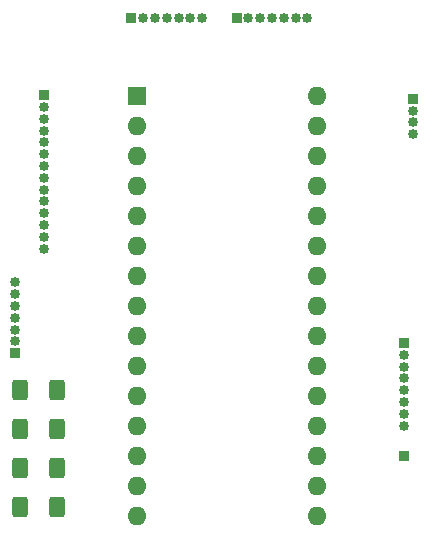
<source format=gts>
G04 #@! TF.GenerationSoftware,KiCad,Pcbnew,7.0.10*
G04 #@! TF.CreationDate,2024-01-10T10:45:30-08:00*
G04 #@! TF.ProjectId,Jettabrain,4a657474-6162-4726-9169-6e2e6b696361,rev?*
G04 #@! TF.SameCoordinates,Original*
G04 #@! TF.FileFunction,Soldermask,Top*
G04 #@! TF.FilePolarity,Negative*
%FSLAX46Y46*%
G04 Gerber Fmt 4.6, Leading zero omitted, Abs format (unit mm)*
G04 Created by KiCad (PCBNEW 7.0.10) date 2024-01-10 10:45:30*
%MOMM*%
%LPD*%
G01*
G04 APERTURE LIST*
G04 Aperture macros list*
%AMRoundRect*
0 Rectangle with rounded corners*
0 $1 Rounding radius*
0 $2 $3 $4 $5 $6 $7 $8 $9 X,Y pos of 4 corners*
0 Add a 4 corners polygon primitive as box body*
4,1,4,$2,$3,$4,$5,$6,$7,$8,$9,$2,$3,0*
0 Add four circle primitives for the rounded corners*
1,1,$1+$1,$2,$3*
1,1,$1+$1,$4,$5*
1,1,$1+$1,$6,$7*
1,1,$1+$1,$8,$9*
0 Add four rect primitives between the rounded corners*
20,1,$1+$1,$2,$3,$4,$5,0*
20,1,$1+$1,$4,$5,$6,$7,0*
20,1,$1+$1,$6,$7,$8,$9,0*
20,1,$1+$1,$8,$9,$2,$3,0*%
G04 Aperture macros list end*
%ADD10RoundRect,0.250000X-0.400000X-0.625000X0.400000X-0.625000X0.400000X0.625000X-0.400000X0.625000X0*%
%ADD11R,0.850000X0.850000*%
%ADD12O,0.850000X0.850000*%
%ADD13R,1.600000X1.600000*%
%ADD14O,1.600000X1.600000*%
G04 APERTURE END LIST*
D10*
X124714000Y-123178000D03*
X127814000Y-123178000D03*
D11*
X126746000Y-88346000D03*
D12*
X126746000Y-89346000D03*
X126746000Y-90346000D03*
X126746000Y-91346000D03*
X126746000Y-92346000D03*
X126746000Y-93346000D03*
X126746000Y-94346000D03*
X126746000Y-95346000D03*
X126746000Y-96346000D03*
X126746000Y-97346000D03*
X126746000Y-98346000D03*
X126746000Y-99346000D03*
X126746000Y-100346000D03*
X126746000Y-101346000D03*
D11*
X124311000Y-110188000D03*
D12*
X124311000Y-109188000D03*
X124311000Y-108188000D03*
X124311000Y-107188000D03*
X124311000Y-106188000D03*
X124311000Y-105188000D03*
X124311000Y-104188000D03*
D11*
X157226000Y-118872000D03*
D10*
X124714000Y-119888000D03*
X127814000Y-119888000D03*
D13*
X134620000Y-88392000D03*
D14*
X134620000Y-90932000D03*
X134620000Y-93472000D03*
X134620000Y-96012000D03*
X134620000Y-98552000D03*
X134620000Y-101092000D03*
X134620000Y-103632000D03*
X134620000Y-106172000D03*
X134620000Y-108712000D03*
X134620000Y-111252000D03*
X134620000Y-113792000D03*
X134620000Y-116332000D03*
X134620000Y-118872000D03*
X134620000Y-121412000D03*
X134620000Y-123952000D03*
X149860000Y-123952000D03*
X149860000Y-121412000D03*
X149860000Y-118872000D03*
X149860000Y-116332000D03*
X149860000Y-113792000D03*
X149860000Y-111252000D03*
X149860000Y-108712000D03*
X149860000Y-106172000D03*
X149860000Y-103632000D03*
X149860000Y-101092000D03*
X149860000Y-98552000D03*
X149860000Y-96012000D03*
X149860000Y-93472000D03*
X149860000Y-90932000D03*
X149860000Y-88392000D03*
D10*
X124714000Y-116598000D03*
X127814000Y-116598000D03*
D11*
X157226000Y-109332000D03*
D12*
X157226000Y-110332000D03*
X157226000Y-111332000D03*
X157226000Y-112332000D03*
X157226000Y-113332000D03*
X157226000Y-114332000D03*
X157226000Y-115332000D03*
X157226000Y-116332000D03*
D11*
X134144000Y-81788000D03*
D12*
X135144000Y-81788000D03*
X136144000Y-81788000D03*
X137144000Y-81788000D03*
X138144000Y-81788000D03*
X139144000Y-81788000D03*
X140144000Y-81788000D03*
D10*
X124714000Y-113308000D03*
X127814000Y-113308000D03*
D11*
X143050000Y-81788000D03*
D12*
X144050000Y-81788000D03*
X145050000Y-81788000D03*
X146050000Y-81788000D03*
X147050000Y-81788000D03*
X148050000Y-81788000D03*
X149050000Y-81788000D03*
D11*
X157988000Y-88646000D03*
D12*
X157988000Y-89646000D03*
X157988000Y-90646000D03*
X157988000Y-91646000D03*
M02*

</source>
